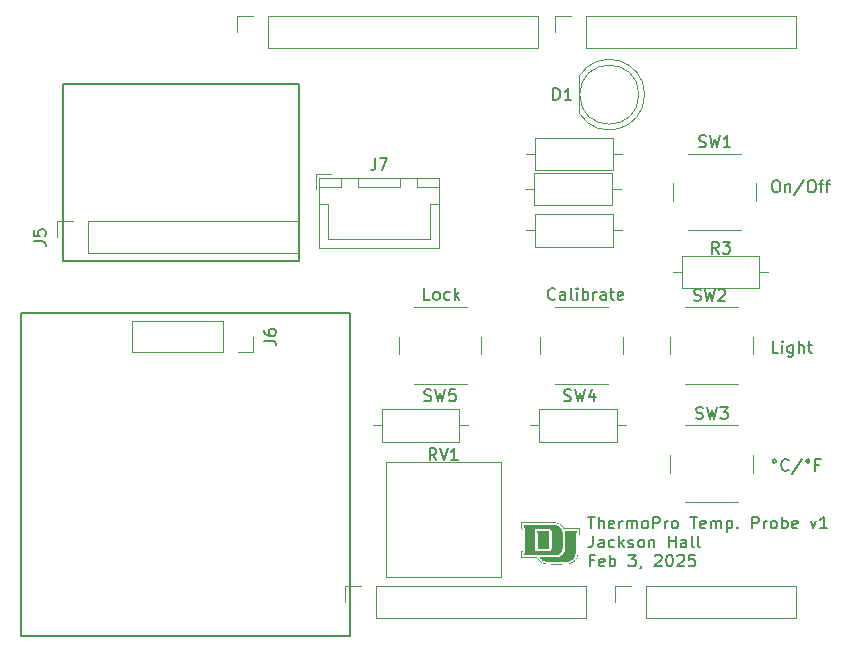
<source format=gbr>
%TF.GenerationSoftware,KiCad,Pcbnew,8.0.8*%
%TF.CreationDate,2025-02-03T19:45:29-07:00*%
%TF.ProjectId,Uno_Shield_ThermoPro,556e6f5f-5368-4696-956c-645f54686572,rev?*%
%TF.SameCoordinates,Original*%
%TF.FileFunction,Legend,Top*%
%TF.FilePolarity,Positive*%
%FSLAX46Y46*%
G04 Gerber Fmt 4.6, Leading zero omitted, Abs format (unit mm)*
G04 Created by KiCad (PCBNEW 8.0.8) date 2025-02-03 19:45:29*
%MOMM*%
%LPD*%
G01*
G04 APERTURE LIST*
%ADD10C,0.150000*%
%ADD11C,0.000000*%
%ADD12C,0.120000*%
G04 APERTURE END LIST*
D10*
X133812969Y-71869819D02*
X133336779Y-71869819D01*
X133336779Y-71869819D02*
X133336779Y-70869819D01*
X134289160Y-71869819D02*
X134193922Y-71822200D01*
X134193922Y-71822200D02*
X134146303Y-71774580D01*
X134146303Y-71774580D02*
X134098684Y-71679342D01*
X134098684Y-71679342D02*
X134098684Y-71393628D01*
X134098684Y-71393628D02*
X134146303Y-71298390D01*
X134146303Y-71298390D02*
X134193922Y-71250771D01*
X134193922Y-71250771D02*
X134289160Y-71203152D01*
X134289160Y-71203152D02*
X134432017Y-71203152D01*
X134432017Y-71203152D02*
X134527255Y-71250771D01*
X134527255Y-71250771D02*
X134574874Y-71298390D01*
X134574874Y-71298390D02*
X134622493Y-71393628D01*
X134622493Y-71393628D02*
X134622493Y-71679342D01*
X134622493Y-71679342D02*
X134574874Y-71774580D01*
X134574874Y-71774580D02*
X134527255Y-71822200D01*
X134527255Y-71822200D02*
X134432017Y-71869819D01*
X134432017Y-71869819D02*
X134289160Y-71869819D01*
X135479636Y-71822200D02*
X135384398Y-71869819D01*
X135384398Y-71869819D02*
X135193922Y-71869819D01*
X135193922Y-71869819D02*
X135098684Y-71822200D01*
X135098684Y-71822200D02*
X135051065Y-71774580D01*
X135051065Y-71774580D02*
X135003446Y-71679342D01*
X135003446Y-71679342D02*
X135003446Y-71393628D01*
X135003446Y-71393628D02*
X135051065Y-71298390D01*
X135051065Y-71298390D02*
X135098684Y-71250771D01*
X135098684Y-71250771D02*
X135193922Y-71203152D01*
X135193922Y-71203152D02*
X135384398Y-71203152D01*
X135384398Y-71203152D02*
X135479636Y-71250771D01*
X135908208Y-71869819D02*
X135908208Y-70869819D01*
X136003446Y-71488866D02*
X136289160Y-71869819D01*
X136289160Y-71203152D02*
X135908208Y-71584104D01*
X144408207Y-71774580D02*
X144360588Y-71822200D01*
X144360588Y-71822200D02*
X144217731Y-71869819D01*
X144217731Y-71869819D02*
X144122493Y-71869819D01*
X144122493Y-71869819D02*
X143979636Y-71822200D01*
X143979636Y-71822200D02*
X143884398Y-71726961D01*
X143884398Y-71726961D02*
X143836779Y-71631723D01*
X143836779Y-71631723D02*
X143789160Y-71441247D01*
X143789160Y-71441247D02*
X143789160Y-71298390D01*
X143789160Y-71298390D02*
X143836779Y-71107914D01*
X143836779Y-71107914D02*
X143884398Y-71012676D01*
X143884398Y-71012676D02*
X143979636Y-70917438D01*
X143979636Y-70917438D02*
X144122493Y-70869819D01*
X144122493Y-70869819D02*
X144217731Y-70869819D01*
X144217731Y-70869819D02*
X144360588Y-70917438D01*
X144360588Y-70917438D02*
X144408207Y-70965057D01*
X145265350Y-71869819D02*
X145265350Y-71346009D01*
X145265350Y-71346009D02*
X145217731Y-71250771D01*
X145217731Y-71250771D02*
X145122493Y-71203152D01*
X145122493Y-71203152D02*
X144932017Y-71203152D01*
X144932017Y-71203152D02*
X144836779Y-71250771D01*
X145265350Y-71822200D02*
X145170112Y-71869819D01*
X145170112Y-71869819D02*
X144932017Y-71869819D01*
X144932017Y-71869819D02*
X144836779Y-71822200D01*
X144836779Y-71822200D02*
X144789160Y-71726961D01*
X144789160Y-71726961D02*
X144789160Y-71631723D01*
X144789160Y-71631723D02*
X144836779Y-71536485D01*
X144836779Y-71536485D02*
X144932017Y-71488866D01*
X144932017Y-71488866D02*
X145170112Y-71488866D01*
X145170112Y-71488866D02*
X145265350Y-71441247D01*
X145884398Y-71869819D02*
X145789160Y-71822200D01*
X145789160Y-71822200D02*
X145741541Y-71726961D01*
X145741541Y-71726961D02*
X145741541Y-70869819D01*
X146265351Y-71869819D02*
X146265351Y-71203152D01*
X146265351Y-70869819D02*
X146217732Y-70917438D01*
X146217732Y-70917438D02*
X146265351Y-70965057D01*
X146265351Y-70965057D02*
X146312970Y-70917438D01*
X146312970Y-70917438D02*
X146265351Y-70869819D01*
X146265351Y-70869819D02*
X146265351Y-70965057D01*
X146741541Y-71869819D02*
X146741541Y-70869819D01*
X146741541Y-71250771D02*
X146836779Y-71203152D01*
X146836779Y-71203152D02*
X147027255Y-71203152D01*
X147027255Y-71203152D02*
X147122493Y-71250771D01*
X147122493Y-71250771D02*
X147170112Y-71298390D01*
X147170112Y-71298390D02*
X147217731Y-71393628D01*
X147217731Y-71393628D02*
X147217731Y-71679342D01*
X147217731Y-71679342D02*
X147170112Y-71774580D01*
X147170112Y-71774580D02*
X147122493Y-71822200D01*
X147122493Y-71822200D02*
X147027255Y-71869819D01*
X147027255Y-71869819D02*
X146836779Y-71869819D01*
X146836779Y-71869819D02*
X146741541Y-71822200D01*
X147646303Y-71869819D02*
X147646303Y-71203152D01*
X147646303Y-71393628D02*
X147693922Y-71298390D01*
X147693922Y-71298390D02*
X147741541Y-71250771D01*
X147741541Y-71250771D02*
X147836779Y-71203152D01*
X147836779Y-71203152D02*
X147932017Y-71203152D01*
X148693922Y-71869819D02*
X148693922Y-71346009D01*
X148693922Y-71346009D02*
X148646303Y-71250771D01*
X148646303Y-71250771D02*
X148551065Y-71203152D01*
X148551065Y-71203152D02*
X148360589Y-71203152D01*
X148360589Y-71203152D02*
X148265351Y-71250771D01*
X148693922Y-71822200D02*
X148598684Y-71869819D01*
X148598684Y-71869819D02*
X148360589Y-71869819D01*
X148360589Y-71869819D02*
X148265351Y-71822200D01*
X148265351Y-71822200D02*
X148217732Y-71726961D01*
X148217732Y-71726961D02*
X148217732Y-71631723D01*
X148217732Y-71631723D02*
X148265351Y-71536485D01*
X148265351Y-71536485D02*
X148360589Y-71488866D01*
X148360589Y-71488866D02*
X148598684Y-71488866D01*
X148598684Y-71488866D02*
X148693922Y-71441247D01*
X149027256Y-71203152D02*
X149408208Y-71203152D01*
X149170113Y-70869819D02*
X149170113Y-71726961D01*
X149170113Y-71726961D02*
X149217732Y-71822200D01*
X149217732Y-71822200D02*
X149312970Y-71869819D01*
X149312970Y-71869819D02*
X149408208Y-71869819D01*
X150122494Y-71822200D02*
X150027256Y-71869819D01*
X150027256Y-71869819D02*
X149836780Y-71869819D01*
X149836780Y-71869819D02*
X149741542Y-71822200D01*
X149741542Y-71822200D02*
X149693923Y-71726961D01*
X149693923Y-71726961D02*
X149693923Y-71346009D01*
X149693923Y-71346009D02*
X149741542Y-71250771D01*
X149741542Y-71250771D02*
X149836780Y-71203152D01*
X149836780Y-71203152D02*
X150027256Y-71203152D01*
X150027256Y-71203152D02*
X150122494Y-71250771D01*
X150122494Y-71250771D02*
X150170113Y-71346009D01*
X150170113Y-71346009D02*
X150170113Y-71441247D01*
X150170113Y-71441247D02*
X149693923Y-71536485D01*
X162979636Y-85369819D02*
X162884398Y-85417438D01*
X162884398Y-85417438D02*
X162836779Y-85512676D01*
X162836779Y-85512676D02*
X162884398Y-85607914D01*
X162884398Y-85607914D02*
X162979636Y-85655533D01*
X162979636Y-85655533D02*
X163074874Y-85607914D01*
X163074874Y-85607914D02*
X163122493Y-85512676D01*
X163122493Y-85512676D02*
X163074874Y-85417438D01*
X163074874Y-85417438D02*
X162979636Y-85369819D01*
X164170112Y-86274580D02*
X164122493Y-86322200D01*
X164122493Y-86322200D02*
X163979636Y-86369819D01*
X163979636Y-86369819D02*
X163884398Y-86369819D01*
X163884398Y-86369819D02*
X163741541Y-86322200D01*
X163741541Y-86322200D02*
X163646303Y-86226961D01*
X163646303Y-86226961D02*
X163598684Y-86131723D01*
X163598684Y-86131723D02*
X163551065Y-85941247D01*
X163551065Y-85941247D02*
X163551065Y-85798390D01*
X163551065Y-85798390D02*
X163598684Y-85607914D01*
X163598684Y-85607914D02*
X163646303Y-85512676D01*
X163646303Y-85512676D02*
X163741541Y-85417438D01*
X163741541Y-85417438D02*
X163884398Y-85369819D01*
X163884398Y-85369819D02*
X163979636Y-85369819D01*
X163979636Y-85369819D02*
X164122493Y-85417438D01*
X164122493Y-85417438D02*
X164170112Y-85465057D01*
X165312969Y-85322200D02*
X164455827Y-86607914D01*
X165789160Y-85369819D02*
X165693922Y-85417438D01*
X165693922Y-85417438D02*
X165646303Y-85512676D01*
X165646303Y-85512676D02*
X165693922Y-85607914D01*
X165693922Y-85607914D02*
X165789160Y-85655533D01*
X165789160Y-85655533D02*
X165884398Y-85607914D01*
X165884398Y-85607914D02*
X165932017Y-85512676D01*
X165932017Y-85512676D02*
X165884398Y-85417438D01*
X165884398Y-85417438D02*
X165789160Y-85369819D01*
X166741541Y-85846009D02*
X166408208Y-85846009D01*
X166408208Y-86369819D02*
X166408208Y-85369819D01*
X166408208Y-85369819D02*
X166884398Y-85369819D01*
X163312969Y-76369819D02*
X162836779Y-76369819D01*
X162836779Y-76369819D02*
X162836779Y-75369819D01*
X163646303Y-76369819D02*
X163646303Y-75703152D01*
X163646303Y-75369819D02*
X163598684Y-75417438D01*
X163598684Y-75417438D02*
X163646303Y-75465057D01*
X163646303Y-75465057D02*
X163693922Y-75417438D01*
X163693922Y-75417438D02*
X163646303Y-75369819D01*
X163646303Y-75369819D02*
X163646303Y-75465057D01*
X164551064Y-75703152D02*
X164551064Y-76512676D01*
X164551064Y-76512676D02*
X164503445Y-76607914D01*
X164503445Y-76607914D02*
X164455826Y-76655533D01*
X164455826Y-76655533D02*
X164360588Y-76703152D01*
X164360588Y-76703152D02*
X164217731Y-76703152D01*
X164217731Y-76703152D02*
X164122493Y-76655533D01*
X164551064Y-76322200D02*
X164455826Y-76369819D01*
X164455826Y-76369819D02*
X164265350Y-76369819D01*
X164265350Y-76369819D02*
X164170112Y-76322200D01*
X164170112Y-76322200D02*
X164122493Y-76274580D01*
X164122493Y-76274580D02*
X164074874Y-76179342D01*
X164074874Y-76179342D02*
X164074874Y-75893628D01*
X164074874Y-75893628D02*
X164122493Y-75798390D01*
X164122493Y-75798390D02*
X164170112Y-75750771D01*
X164170112Y-75750771D02*
X164265350Y-75703152D01*
X164265350Y-75703152D02*
X164455826Y-75703152D01*
X164455826Y-75703152D02*
X164551064Y-75750771D01*
X165027255Y-76369819D02*
X165027255Y-75369819D01*
X165455826Y-76369819D02*
X165455826Y-75846009D01*
X165455826Y-75846009D02*
X165408207Y-75750771D01*
X165408207Y-75750771D02*
X165312969Y-75703152D01*
X165312969Y-75703152D02*
X165170112Y-75703152D01*
X165170112Y-75703152D02*
X165074874Y-75750771D01*
X165074874Y-75750771D02*
X165027255Y-75798390D01*
X165789160Y-75703152D02*
X166170112Y-75703152D01*
X165932017Y-75369819D02*
X165932017Y-76226961D01*
X165932017Y-76226961D02*
X165979636Y-76322200D01*
X165979636Y-76322200D02*
X166074874Y-76369819D01*
X166074874Y-76369819D02*
X166170112Y-76369819D01*
X163027255Y-61759875D02*
X163217731Y-61759875D01*
X163217731Y-61759875D02*
X163312969Y-61807494D01*
X163312969Y-61807494D02*
X163408207Y-61902732D01*
X163408207Y-61902732D02*
X163455826Y-62093208D01*
X163455826Y-62093208D02*
X163455826Y-62426541D01*
X163455826Y-62426541D02*
X163408207Y-62617017D01*
X163408207Y-62617017D02*
X163312969Y-62712256D01*
X163312969Y-62712256D02*
X163217731Y-62759875D01*
X163217731Y-62759875D02*
X163027255Y-62759875D01*
X163027255Y-62759875D02*
X162932017Y-62712256D01*
X162932017Y-62712256D02*
X162836779Y-62617017D01*
X162836779Y-62617017D02*
X162789160Y-62426541D01*
X162789160Y-62426541D02*
X162789160Y-62093208D01*
X162789160Y-62093208D02*
X162836779Y-61902732D01*
X162836779Y-61902732D02*
X162932017Y-61807494D01*
X162932017Y-61807494D02*
X163027255Y-61759875D01*
X163884398Y-62093208D02*
X163884398Y-62759875D01*
X163884398Y-62188446D02*
X163932017Y-62140827D01*
X163932017Y-62140827D02*
X164027255Y-62093208D01*
X164027255Y-62093208D02*
X164170112Y-62093208D01*
X164170112Y-62093208D02*
X164265350Y-62140827D01*
X164265350Y-62140827D02*
X164312969Y-62236065D01*
X164312969Y-62236065D02*
X164312969Y-62759875D01*
X165503445Y-61712256D02*
X164646303Y-62997970D01*
X166027255Y-61759875D02*
X166217731Y-61759875D01*
X166217731Y-61759875D02*
X166312969Y-61807494D01*
X166312969Y-61807494D02*
X166408207Y-61902732D01*
X166408207Y-61902732D02*
X166455826Y-62093208D01*
X166455826Y-62093208D02*
X166455826Y-62426541D01*
X166455826Y-62426541D02*
X166408207Y-62617017D01*
X166408207Y-62617017D02*
X166312969Y-62712256D01*
X166312969Y-62712256D02*
X166217731Y-62759875D01*
X166217731Y-62759875D02*
X166027255Y-62759875D01*
X166027255Y-62759875D02*
X165932017Y-62712256D01*
X165932017Y-62712256D02*
X165836779Y-62617017D01*
X165836779Y-62617017D02*
X165789160Y-62426541D01*
X165789160Y-62426541D02*
X165789160Y-62093208D01*
X165789160Y-62093208D02*
X165836779Y-61902732D01*
X165836779Y-61902732D02*
X165932017Y-61807494D01*
X165932017Y-61807494D02*
X166027255Y-61759875D01*
X166741541Y-62093208D02*
X167122493Y-62093208D01*
X166884398Y-62759875D02*
X166884398Y-61902732D01*
X166884398Y-61902732D02*
X166932017Y-61807494D01*
X166932017Y-61807494D02*
X167027255Y-61759875D01*
X167027255Y-61759875D02*
X167122493Y-61759875D01*
X167312970Y-62093208D02*
X167693922Y-62093208D01*
X167455827Y-62759875D02*
X167455827Y-61902732D01*
X167455827Y-61902732D02*
X167503446Y-61807494D01*
X167503446Y-61807494D02*
X167598684Y-61759875D01*
X167598684Y-61759875D02*
X167693922Y-61759875D01*
X147183922Y-90229987D02*
X147755350Y-90229987D01*
X147469636Y-91229987D02*
X147469636Y-90229987D01*
X148088684Y-91229987D02*
X148088684Y-90229987D01*
X148517255Y-91229987D02*
X148517255Y-90706177D01*
X148517255Y-90706177D02*
X148469636Y-90610939D01*
X148469636Y-90610939D02*
X148374398Y-90563320D01*
X148374398Y-90563320D02*
X148231541Y-90563320D01*
X148231541Y-90563320D02*
X148136303Y-90610939D01*
X148136303Y-90610939D02*
X148088684Y-90658558D01*
X149374398Y-91182368D02*
X149279160Y-91229987D01*
X149279160Y-91229987D02*
X149088684Y-91229987D01*
X149088684Y-91229987D02*
X148993446Y-91182368D01*
X148993446Y-91182368D02*
X148945827Y-91087129D01*
X148945827Y-91087129D02*
X148945827Y-90706177D01*
X148945827Y-90706177D02*
X148993446Y-90610939D01*
X148993446Y-90610939D02*
X149088684Y-90563320D01*
X149088684Y-90563320D02*
X149279160Y-90563320D01*
X149279160Y-90563320D02*
X149374398Y-90610939D01*
X149374398Y-90610939D02*
X149422017Y-90706177D01*
X149422017Y-90706177D02*
X149422017Y-90801415D01*
X149422017Y-90801415D02*
X148945827Y-90896653D01*
X149850589Y-91229987D02*
X149850589Y-90563320D01*
X149850589Y-90753796D02*
X149898208Y-90658558D01*
X149898208Y-90658558D02*
X149945827Y-90610939D01*
X149945827Y-90610939D02*
X150041065Y-90563320D01*
X150041065Y-90563320D02*
X150136303Y-90563320D01*
X150469637Y-91229987D02*
X150469637Y-90563320D01*
X150469637Y-90658558D02*
X150517256Y-90610939D01*
X150517256Y-90610939D02*
X150612494Y-90563320D01*
X150612494Y-90563320D02*
X150755351Y-90563320D01*
X150755351Y-90563320D02*
X150850589Y-90610939D01*
X150850589Y-90610939D02*
X150898208Y-90706177D01*
X150898208Y-90706177D02*
X150898208Y-91229987D01*
X150898208Y-90706177D02*
X150945827Y-90610939D01*
X150945827Y-90610939D02*
X151041065Y-90563320D01*
X151041065Y-90563320D02*
X151183922Y-90563320D01*
X151183922Y-90563320D02*
X151279161Y-90610939D01*
X151279161Y-90610939D02*
X151326780Y-90706177D01*
X151326780Y-90706177D02*
X151326780Y-91229987D01*
X151945827Y-91229987D02*
X151850589Y-91182368D01*
X151850589Y-91182368D02*
X151802970Y-91134748D01*
X151802970Y-91134748D02*
X151755351Y-91039510D01*
X151755351Y-91039510D02*
X151755351Y-90753796D01*
X151755351Y-90753796D02*
X151802970Y-90658558D01*
X151802970Y-90658558D02*
X151850589Y-90610939D01*
X151850589Y-90610939D02*
X151945827Y-90563320D01*
X151945827Y-90563320D02*
X152088684Y-90563320D01*
X152088684Y-90563320D02*
X152183922Y-90610939D01*
X152183922Y-90610939D02*
X152231541Y-90658558D01*
X152231541Y-90658558D02*
X152279160Y-90753796D01*
X152279160Y-90753796D02*
X152279160Y-91039510D01*
X152279160Y-91039510D02*
X152231541Y-91134748D01*
X152231541Y-91134748D02*
X152183922Y-91182368D01*
X152183922Y-91182368D02*
X152088684Y-91229987D01*
X152088684Y-91229987D02*
X151945827Y-91229987D01*
X152707732Y-91229987D02*
X152707732Y-90229987D01*
X152707732Y-90229987D02*
X153088684Y-90229987D01*
X153088684Y-90229987D02*
X153183922Y-90277606D01*
X153183922Y-90277606D02*
X153231541Y-90325225D01*
X153231541Y-90325225D02*
X153279160Y-90420463D01*
X153279160Y-90420463D02*
X153279160Y-90563320D01*
X153279160Y-90563320D02*
X153231541Y-90658558D01*
X153231541Y-90658558D02*
X153183922Y-90706177D01*
X153183922Y-90706177D02*
X153088684Y-90753796D01*
X153088684Y-90753796D02*
X152707732Y-90753796D01*
X153707732Y-91229987D02*
X153707732Y-90563320D01*
X153707732Y-90753796D02*
X153755351Y-90658558D01*
X153755351Y-90658558D02*
X153802970Y-90610939D01*
X153802970Y-90610939D02*
X153898208Y-90563320D01*
X153898208Y-90563320D02*
X153993446Y-90563320D01*
X154469637Y-91229987D02*
X154374399Y-91182368D01*
X154374399Y-91182368D02*
X154326780Y-91134748D01*
X154326780Y-91134748D02*
X154279161Y-91039510D01*
X154279161Y-91039510D02*
X154279161Y-90753796D01*
X154279161Y-90753796D02*
X154326780Y-90658558D01*
X154326780Y-90658558D02*
X154374399Y-90610939D01*
X154374399Y-90610939D02*
X154469637Y-90563320D01*
X154469637Y-90563320D02*
X154612494Y-90563320D01*
X154612494Y-90563320D02*
X154707732Y-90610939D01*
X154707732Y-90610939D02*
X154755351Y-90658558D01*
X154755351Y-90658558D02*
X154802970Y-90753796D01*
X154802970Y-90753796D02*
X154802970Y-91039510D01*
X154802970Y-91039510D02*
X154755351Y-91134748D01*
X154755351Y-91134748D02*
X154707732Y-91182368D01*
X154707732Y-91182368D02*
X154612494Y-91229987D01*
X154612494Y-91229987D02*
X154469637Y-91229987D01*
X155850590Y-90229987D02*
X156422018Y-90229987D01*
X156136304Y-91229987D02*
X156136304Y-90229987D01*
X157136304Y-91182368D02*
X157041066Y-91229987D01*
X157041066Y-91229987D02*
X156850590Y-91229987D01*
X156850590Y-91229987D02*
X156755352Y-91182368D01*
X156755352Y-91182368D02*
X156707733Y-91087129D01*
X156707733Y-91087129D02*
X156707733Y-90706177D01*
X156707733Y-90706177D02*
X156755352Y-90610939D01*
X156755352Y-90610939D02*
X156850590Y-90563320D01*
X156850590Y-90563320D02*
X157041066Y-90563320D01*
X157041066Y-90563320D02*
X157136304Y-90610939D01*
X157136304Y-90610939D02*
X157183923Y-90706177D01*
X157183923Y-90706177D02*
X157183923Y-90801415D01*
X157183923Y-90801415D02*
X156707733Y-90896653D01*
X157612495Y-91229987D02*
X157612495Y-90563320D01*
X157612495Y-90658558D02*
X157660114Y-90610939D01*
X157660114Y-90610939D02*
X157755352Y-90563320D01*
X157755352Y-90563320D02*
X157898209Y-90563320D01*
X157898209Y-90563320D02*
X157993447Y-90610939D01*
X157993447Y-90610939D02*
X158041066Y-90706177D01*
X158041066Y-90706177D02*
X158041066Y-91229987D01*
X158041066Y-90706177D02*
X158088685Y-90610939D01*
X158088685Y-90610939D02*
X158183923Y-90563320D01*
X158183923Y-90563320D02*
X158326780Y-90563320D01*
X158326780Y-90563320D02*
X158422019Y-90610939D01*
X158422019Y-90610939D02*
X158469638Y-90706177D01*
X158469638Y-90706177D02*
X158469638Y-91229987D01*
X158945828Y-90563320D02*
X158945828Y-91563320D01*
X158945828Y-90610939D02*
X159041066Y-90563320D01*
X159041066Y-90563320D02*
X159231542Y-90563320D01*
X159231542Y-90563320D02*
X159326780Y-90610939D01*
X159326780Y-90610939D02*
X159374399Y-90658558D01*
X159374399Y-90658558D02*
X159422018Y-90753796D01*
X159422018Y-90753796D02*
X159422018Y-91039510D01*
X159422018Y-91039510D02*
X159374399Y-91134748D01*
X159374399Y-91134748D02*
X159326780Y-91182368D01*
X159326780Y-91182368D02*
X159231542Y-91229987D01*
X159231542Y-91229987D02*
X159041066Y-91229987D01*
X159041066Y-91229987D02*
X158945828Y-91182368D01*
X159850590Y-91134748D02*
X159898209Y-91182368D01*
X159898209Y-91182368D02*
X159850590Y-91229987D01*
X159850590Y-91229987D02*
X159802971Y-91182368D01*
X159802971Y-91182368D02*
X159850590Y-91134748D01*
X159850590Y-91134748D02*
X159850590Y-91229987D01*
X161088685Y-91229987D02*
X161088685Y-90229987D01*
X161088685Y-90229987D02*
X161469637Y-90229987D01*
X161469637Y-90229987D02*
X161564875Y-90277606D01*
X161564875Y-90277606D02*
X161612494Y-90325225D01*
X161612494Y-90325225D02*
X161660113Y-90420463D01*
X161660113Y-90420463D02*
X161660113Y-90563320D01*
X161660113Y-90563320D02*
X161612494Y-90658558D01*
X161612494Y-90658558D02*
X161564875Y-90706177D01*
X161564875Y-90706177D02*
X161469637Y-90753796D01*
X161469637Y-90753796D02*
X161088685Y-90753796D01*
X162088685Y-91229987D02*
X162088685Y-90563320D01*
X162088685Y-90753796D02*
X162136304Y-90658558D01*
X162136304Y-90658558D02*
X162183923Y-90610939D01*
X162183923Y-90610939D02*
X162279161Y-90563320D01*
X162279161Y-90563320D02*
X162374399Y-90563320D01*
X162850590Y-91229987D02*
X162755352Y-91182368D01*
X162755352Y-91182368D02*
X162707733Y-91134748D01*
X162707733Y-91134748D02*
X162660114Y-91039510D01*
X162660114Y-91039510D02*
X162660114Y-90753796D01*
X162660114Y-90753796D02*
X162707733Y-90658558D01*
X162707733Y-90658558D02*
X162755352Y-90610939D01*
X162755352Y-90610939D02*
X162850590Y-90563320D01*
X162850590Y-90563320D02*
X162993447Y-90563320D01*
X162993447Y-90563320D02*
X163088685Y-90610939D01*
X163088685Y-90610939D02*
X163136304Y-90658558D01*
X163136304Y-90658558D02*
X163183923Y-90753796D01*
X163183923Y-90753796D02*
X163183923Y-91039510D01*
X163183923Y-91039510D02*
X163136304Y-91134748D01*
X163136304Y-91134748D02*
X163088685Y-91182368D01*
X163088685Y-91182368D02*
X162993447Y-91229987D01*
X162993447Y-91229987D02*
X162850590Y-91229987D01*
X163612495Y-91229987D02*
X163612495Y-90229987D01*
X163612495Y-90610939D02*
X163707733Y-90563320D01*
X163707733Y-90563320D02*
X163898209Y-90563320D01*
X163898209Y-90563320D02*
X163993447Y-90610939D01*
X163993447Y-90610939D02*
X164041066Y-90658558D01*
X164041066Y-90658558D02*
X164088685Y-90753796D01*
X164088685Y-90753796D02*
X164088685Y-91039510D01*
X164088685Y-91039510D02*
X164041066Y-91134748D01*
X164041066Y-91134748D02*
X163993447Y-91182368D01*
X163993447Y-91182368D02*
X163898209Y-91229987D01*
X163898209Y-91229987D02*
X163707733Y-91229987D01*
X163707733Y-91229987D02*
X163612495Y-91182368D01*
X164898209Y-91182368D02*
X164802971Y-91229987D01*
X164802971Y-91229987D02*
X164612495Y-91229987D01*
X164612495Y-91229987D02*
X164517257Y-91182368D01*
X164517257Y-91182368D02*
X164469638Y-91087129D01*
X164469638Y-91087129D02*
X164469638Y-90706177D01*
X164469638Y-90706177D02*
X164517257Y-90610939D01*
X164517257Y-90610939D02*
X164612495Y-90563320D01*
X164612495Y-90563320D02*
X164802971Y-90563320D01*
X164802971Y-90563320D02*
X164898209Y-90610939D01*
X164898209Y-90610939D02*
X164945828Y-90706177D01*
X164945828Y-90706177D02*
X164945828Y-90801415D01*
X164945828Y-90801415D02*
X164469638Y-90896653D01*
X166041067Y-90563320D02*
X166279162Y-91229987D01*
X166279162Y-91229987D02*
X166517257Y-90563320D01*
X167422019Y-91229987D02*
X166850591Y-91229987D01*
X167136305Y-91229987D02*
X167136305Y-90229987D01*
X167136305Y-90229987D02*
X167041067Y-90372844D01*
X167041067Y-90372844D02*
X166945829Y-90468082D01*
X166945829Y-90468082D02*
X166850591Y-90515701D01*
X147612493Y-91839931D02*
X147612493Y-92554216D01*
X147612493Y-92554216D02*
X147564874Y-92697073D01*
X147564874Y-92697073D02*
X147469636Y-92792312D01*
X147469636Y-92792312D02*
X147326779Y-92839931D01*
X147326779Y-92839931D02*
X147231541Y-92839931D01*
X148517255Y-92839931D02*
X148517255Y-92316121D01*
X148517255Y-92316121D02*
X148469636Y-92220883D01*
X148469636Y-92220883D02*
X148374398Y-92173264D01*
X148374398Y-92173264D02*
X148183922Y-92173264D01*
X148183922Y-92173264D02*
X148088684Y-92220883D01*
X148517255Y-92792312D02*
X148422017Y-92839931D01*
X148422017Y-92839931D02*
X148183922Y-92839931D01*
X148183922Y-92839931D02*
X148088684Y-92792312D01*
X148088684Y-92792312D02*
X148041065Y-92697073D01*
X148041065Y-92697073D02*
X148041065Y-92601835D01*
X148041065Y-92601835D02*
X148088684Y-92506597D01*
X148088684Y-92506597D02*
X148183922Y-92458978D01*
X148183922Y-92458978D02*
X148422017Y-92458978D01*
X148422017Y-92458978D02*
X148517255Y-92411359D01*
X149422017Y-92792312D02*
X149326779Y-92839931D01*
X149326779Y-92839931D02*
X149136303Y-92839931D01*
X149136303Y-92839931D02*
X149041065Y-92792312D01*
X149041065Y-92792312D02*
X148993446Y-92744692D01*
X148993446Y-92744692D02*
X148945827Y-92649454D01*
X148945827Y-92649454D02*
X148945827Y-92363740D01*
X148945827Y-92363740D02*
X148993446Y-92268502D01*
X148993446Y-92268502D02*
X149041065Y-92220883D01*
X149041065Y-92220883D02*
X149136303Y-92173264D01*
X149136303Y-92173264D02*
X149326779Y-92173264D01*
X149326779Y-92173264D02*
X149422017Y-92220883D01*
X149850589Y-92839931D02*
X149850589Y-91839931D01*
X149945827Y-92458978D02*
X150231541Y-92839931D01*
X150231541Y-92173264D02*
X149850589Y-92554216D01*
X150612494Y-92792312D02*
X150707732Y-92839931D01*
X150707732Y-92839931D02*
X150898208Y-92839931D01*
X150898208Y-92839931D02*
X150993446Y-92792312D01*
X150993446Y-92792312D02*
X151041065Y-92697073D01*
X151041065Y-92697073D02*
X151041065Y-92649454D01*
X151041065Y-92649454D02*
X150993446Y-92554216D01*
X150993446Y-92554216D02*
X150898208Y-92506597D01*
X150898208Y-92506597D02*
X150755351Y-92506597D01*
X150755351Y-92506597D02*
X150660113Y-92458978D01*
X150660113Y-92458978D02*
X150612494Y-92363740D01*
X150612494Y-92363740D02*
X150612494Y-92316121D01*
X150612494Y-92316121D02*
X150660113Y-92220883D01*
X150660113Y-92220883D02*
X150755351Y-92173264D01*
X150755351Y-92173264D02*
X150898208Y-92173264D01*
X150898208Y-92173264D02*
X150993446Y-92220883D01*
X151612494Y-92839931D02*
X151517256Y-92792312D01*
X151517256Y-92792312D02*
X151469637Y-92744692D01*
X151469637Y-92744692D02*
X151422018Y-92649454D01*
X151422018Y-92649454D02*
X151422018Y-92363740D01*
X151422018Y-92363740D02*
X151469637Y-92268502D01*
X151469637Y-92268502D02*
X151517256Y-92220883D01*
X151517256Y-92220883D02*
X151612494Y-92173264D01*
X151612494Y-92173264D02*
X151755351Y-92173264D01*
X151755351Y-92173264D02*
X151850589Y-92220883D01*
X151850589Y-92220883D02*
X151898208Y-92268502D01*
X151898208Y-92268502D02*
X151945827Y-92363740D01*
X151945827Y-92363740D02*
X151945827Y-92649454D01*
X151945827Y-92649454D02*
X151898208Y-92744692D01*
X151898208Y-92744692D02*
X151850589Y-92792312D01*
X151850589Y-92792312D02*
X151755351Y-92839931D01*
X151755351Y-92839931D02*
X151612494Y-92839931D01*
X152374399Y-92173264D02*
X152374399Y-92839931D01*
X152374399Y-92268502D02*
X152422018Y-92220883D01*
X152422018Y-92220883D02*
X152517256Y-92173264D01*
X152517256Y-92173264D02*
X152660113Y-92173264D01*
X152660113Y-92173264D02*
X152755351Y-92220883D01*
X152755351Y-92220883D02*
X152802970Y-92316121D01*
X152802970Y-92316121D02*
X152802970Y-92839931D01*
X154041066Y-92839931D02*
X154041066Y-91839931D01*
X154041066Y-92316121D02*
X154612494Y-92316121D01*
X154612494Y-92839931D02*
X154612494Y-91839931D01*
X155517256Y-92839931D02*
X155517256Y-92316121D01*
X155517256Y-92316121D02*
X155469637Y-92220883D01*
X155469637Y-92220883D02*
X155374399Y-92173264D01*
X155374399Y-92173264D02*
X155183923Y-92173264D01*
X155183923Y-92173264D02*
X155088685Y-92220883D01*
X155517256Y-92792312D02*
X155422018Y-92839931D01*
X155422018Y-92839931D02*
X155183923Y-92839931D01*
X155183923Y-92839931D02*
X155088685Y-92792312D01*
X155088685Y-92792312D02*
X155041066Y-92697073D01*
X155041066Y-92697073D02*
X155041066Y-92601835D01*
X155041066Y-92601835D02*
X155088685Y-92506597D01*
X155088685Y-92506597D02*
X155183923Y-92458978D01*
X155183923Y-92458978D02*
X155422018Y-92458978D01*
X155422018Y-92458978D02*
X155517256Y-92411359D01*
X156136304Y-92839931D02*
X156041066Y-92792312D01*
X156041066Y-92792312D02*
X155993447Y-92697073D01*
X155993447Y-92697073D02*
X155993447Y-91839931D01*
X156660114Y-92839931D02*
X156564876Y-92792312D01*
X156564876Y-92792312D02*
X156517257Y-92697073D01*
X156517257Y-92697073D02*
X156517257Y-91839931D01*
X147660112Y-93926065D02*
X147326779Y-93926065D01*
X147326779Y-94449875D02*
X147326779Y-93449875D01*
X147326779Y-93449875D02*
X147802969Y-93449875D01*
X148564874Y-94402256D02*
X148469636Y-94449875D01*
X148469636Y-94449875D02*
X148279160Y-94449875D01*
X148279160Y-94449875D02*
X148183922Y-94402256D01*
X148183922Y-94402256D02*
X148136303Y-94307017D01*
X148136303Y-94307017D02*
X148136303Y-93926065D01*
X148136303Y-93926065D02*
X148183922Y-93830827D01*
X148183922Y-93830827D02*
X148279160Y-93783208D01*
X148279160Y-93783208D02*
X148469636Y-93783208D01*
X148469636Y-93783208D02*
X148564874Y-93830827D01*
X148564874Y-93830827D02*
X148612493Y-93926065D01*
X148612493Y-93926065D02*
X148612493Y-94021303D01*
X148612493Y-94021303D02*
X148136303Y-94116541D01*
X149041065Y-94449875D02*
X149041065Y-93449875D01*
X149041065Y-93830827D02*
X149136303Y-93783208D01*
X149136303Y-93783208D02*
X149326779Y-93783208D01*
X149326779Y-93783208D02*
X149422017Y-93830827D01*
X149422017Y-93830827D02*
X149469636Y-93878446D01*
X149469636Y-93878446D02*
X149517255Y-93973684D01*
X149517255Y-93973684D02*
X149517255Y-94259398D01*
X149517255Y-94259398D02*
X149469636Y-94354636D01*
X149469636Y-94354636D02*
X149422017Y-94402256D01*
X149422017Y-94402256D02*
X149326779Y-94449875D01*
X149326779Y-94449875D02*
X149136303Y-94449875D01*
X149136303Y-94449875D02*
X149041065Y-94402256D01*
X150612494Y-93449875D02*
X151231541Y-93449875D01*
X151231541Y-93449875D02*
X150898208Y-93830827D01*
X150898208Y-93830827D02*
X151041065Y-93830827D01*
X151041065Y-93830827D02*
X151136303Y-93878446D01*
X151136303Y-93878446D02*
X151183922Y-93926065D01*
X151183922Y-93926065D02*
X151231541Y-94021303D01*
X151231541Y-94021303D02*
X151231541Y-94259398D01*
X151231541Y-94259398D02*
X151183922Y-94354636D01*
X151183922Y-94354636D02*
X151136303Y-94402256D01*
X151136303Y-94402256D02*
X151041065Y-94449875D01*
X151041065Y-94449875D02*
X150755351Y-94449875D01*
X150755351Y-94449875D02*
X150660113Y-94402256D01*
X150660113Y-94402256D02*
X150612494Y-94354636D01*
X151707732Y-94402256D02*
X151707732Y-94449875D01*
X151707732Y-94449875D02*
X151660113Y-94545113D01*
X151660113Y-94545113D02*
X151612494Y-94592732D01*
X152850589Y-93545113D02*
X152898208Y-93497494D01*
X152898208Y-93497494D02*
X152993446Y-93449875D01*
X152993446Y-93449875D02*
X153231541Y-93449875D01*
X153231541Y-93449875D02*
X153326779Y-93497494D01*
X153326779Y-93497494D02*
X153374398Y-93545113D01*
X153374398Y-93545113D02*
X153422017Y-93640351D01*
X153422017Y-93640351D02*
X153422017Y-93735589D01*
X153422017Y-93735589D02*
X153374398Y-93878446D01*
X153374398Y-93878446D02*
X152802970Y-94449875D01*
X152802970Y-94449875D02*
X153422017Y-94449875D01*
X154041065Y-93449875D02*
X154136303Y-93449875D01*
X154136303Y-93449875D02*
X154231541Y-93497494D01*
X154231541Y-93497494D02*
X154279160Y-93545113D01*
X154279160Y-93545113D02*
X154326779Y-93640351D01*
X154326779Y-93640351D02*
X154374398Y-93830827D01*
X154374398Y-93830827D02*
X154374398Y-94068922D01*
X154374398Y-94068922D02*
X154326779Y-94259398D01*
X154326779Y-94259398D02*
X154279160Y-94354636D01*
X154279160Y-94354636D02*
X154231541Y-94402256D01*
X154231541Y-94402256D02*
X154136303Y-94449875D01*
X154136303Y-94449875D02*
X154041065Y-94449875D01*
X154041065Y-94449875D02*
X153945827Y-94402256D01*
X153945827Y-94402256D02*
X153898208Y-94354636D01*
X153898208Y-94354636D02*
X153850589Y-94259398D01*
X153850589Y-94259398D02*
X153802970Y-94068922D01*
X153802970Y-94068922D02*
X153802970Y-93830827D01*
X153802970Y-93830827D02*
X153850589Y-93640351D01*
X153850589Y-93640351D02*
X153898208Y-93545113D01*
X153898208Y-93545113D02*
X153945827Y-93497494D01*
X153945827Y-93497494D02*
X154041065Y-93449875D01*
X154755351Y-93545113D02*
X154802970Y-93497494D01*
X154802970Y-93497494D02*
X154898208Y-93449875D01*
X154898208Y-93449875D02*
X155136303Y-93449875D01*
X155136303Y-93449875D02*
X155231541Y-93497494D01*
X155231541Y-93497494D02*
X155279160Y-93545113D01*
X155279160Y-93545113D02*
X155326779Y-93640351D01*
X155326779Y-93640351D02*
X155326779Y-93735589D01*
X155326779Y-93735589D02*
X155279160Y-93878446D01*
X155279160Y-93878446D02*
X154707732Y-94449875D01*
X154707732Y-94449875D02*
X155326779Y-94449875D01*
X156231541Y-93449875D02*
X155755351Y-93449875D01*
X155755351Y-93449875D02*
X155707732Y-93926065D01*
X155707732Y-93926065D02*
X155755351Y-93878446D01*
X155755351Y-93878446D02*
X155850589Y-93830827D01*
X155850589Y-93830827D02*
X156088684Y-93830827D01*
X156088684Y-93830827D02*
X156183922Y-93878446D01*
X156183922Y-93878446D02*
X156231541Y-93926065D01*
X156231541Y-93926065D02*
X156279160Y-94021303D01*
X156279160Y-94021303D02*
X156279160Y-94259398D01*
X156279160Y-94259398D02*
X156231541Y-94354636D01*
X156231541Y-94354636D02*
X156183922Y-94402256D01*
X156183922Y-94402256D02*
X156088684Y-94449875D01*
X156088684Y-94449875D02*
X155850589Y-94449875D01*
X155850589Y-94449875D02*
X155755351Y-94402256D01*
X155755351Y-94402256D02*
X155707732Y-94354636D01*
X102715000Y-53570238D02*
X122715000Y-53570238D01*
X122715000Y-68570238D01*
X102715000Y-68570238D01*
X102715000Y-53570238D01*
X99200000Y-73000000D02*
X127000000Y-73000000D01*
X127000000Y-100300000D01*
X99200000Y-100300000D01*
X99200000Y-73000000D01*
X156166667Y-71907200D02*
X156309524Y-71954819D01*
X156309524Y-71954819D02*
X156547619Y-71954819D01*
X156547619Y-71954819D02*
X156642857Y-71907200D01*
X156642857Y-71907200D02*
X156690476Y-71859580D01*
X156690476Y-71859580D02*
X156738095Y-71764342D01*
X156738095Y-71764342D02*
X156738095Y-71669104D01*
X156738095Y-71669104D02*
X156690476Y-71573866D01*
X156690476Y-71573866D02*
X156642857Y-71526247D01*
X156642857Y-71526247D02*
X156547619Y-71478628D01*
X156547619Y-71478628D02*
X156357143Y-71431009D01*
X156357143Y-71431009D02*
X156261905Y-71383390D01*
X156261905Y-71383390D02*
X156214286Y-71335771D01*
X156214286Y-71335771D02*
X156166667Y-71240533D01*
X156166667Y-71240533D02*
X156166667Y-71145295D01*
X156166667Y-71145295D02*
X156214286Y-71050057D01*
X156214286Y-71050057D02*
X156261905Y-71002438D01*
X156261905Y-71002438D02*
X156357143Y-70954819D01*
X156357143Y-70954819D02*
X156595238Y-70954819D01*
X156595238Y-70954819D02*
X156738095Y-71002438D01*
X157071429Y-70954819D02*
X157309524Y-71954819D01*
X157309524Y-71954819D02*
X157500000Y-71240533D01*
X157500000Y-71240533D02*
X157690476Y-71954819D01*
X157690476Y-71954819D02*
X157928572Y-70954819D01*
X158261905Y-71050057D02*
X158309524Y-71002438D01*
X158309524Y-71002438D02*
X158404762Y-70954819D01*
X158404762Y-70954819D02*
X158642857Y-70954819D01*
X158642857Y-70954819D02*
X158738095Y-71002438D01*
X158738095Y-71002438D02*
X158785714Y-71050057D01*
X158785714Y-71050057D02*
X158833333Y-71145295D01*
X158833333Y-71145295D02*
X158833333Y-71240533D01*
X158833333Y-71240533D02*
X158785714Y-71383390D01*
X158785714Y-71383390D02*
X158214286Y-71954819D01*
X158214286Y-71954819D02*
X158833333Y-71954819D01*
X145166667Y-80407200D02*
X145309524Y-80454819D01*
X145309524Y-80454819D02*
X145547619Y-80454819D01*
X145547619Y-80454819D02*
X145642857Y-80407200D01*
X145642857Y-80407200D02*
X145690476Y-80359580D01*
X145690476Y-80359580D02*
X145738095Y-80264342D01*
X145738095Y-80264342D02*
X145738095Y-80169104D01*
X145738095Y-80169104D02*
X145690476Y-80073866D01*
X145690476Y-80073866D02*
X145642857Y-80026247D01*
X145642857Y-80026247D02*
X145547619Y-79978628D01*
X145547619Y-79978628D02*
X145357143Y-79931009D01*
X145357143Y-79931009D02*
X145261905Y-79883390D01*
X145261905Y-79883390D02*
X145214286Y-79835771D01*
X145214286Y-79835771D02*
X145166667Y-79740533D01*
X145166667Y-79740533D02*
X145166667Y-79645295D01*
X145166667Y-79645295D02*
X145214286Y-79550057D01*
X145214286Y-79550057D02*
X145261905Y-79502438D01*
X145261905Y-79502438D02*
X145357143Y-79454819D01*
X145357143Y-79454819D02*
X145595238Y-79454819D01*
X145595238Y-79454819D02*
X145738095Y-79502438D01*
X146071429Y-79454819D02*
X146309524Y-80454819D01*
X146309524Y-80454819D02*
X146500000Y-79740533D01*
X146500000Y-79740533D02*
X146690476Y-80454819D01*
X146690476Y-80454819D02*
X146928572Y-79454819D01*
X147738095Y-79788152D02*
X147738095Y-80454819D01*
X147500000Y-79407200D02*
X147261905Y-80121485D01*
X147261905Y-80121485D02*
X147880952Y-80121485D01*
X134364761Y-85454819D02*
X134031428Y-84978628D01*
X133793333Y-85454819D02*
X133793333Y-84454819D01*
X133793333Y-84454819D02*
X134174285Y-84454819D01*
X134174285Y-84454819D02*
X134269523Y-84502438D01*
X134269523Y-84502438D02*
X134317142Y-84550057D01*
X134317142Y-84550057D02*
X134364761Y-84645295D01*
X134364761Y-84645295D02*
X134364761Y-84788152D01*
X134364761Y-84788152D02*
X134317142Y-84883390D01*
X134317142Y-84883390D02*
X134269523Y-84931009D01*
X134269523Y-84931009D02*
X134174285Y-84978628D01*
X134174285Y-84978628D02*
X133793333Y-84978628D01*
X134650476Y-84454819D02*
X134983809Y-85454819D01*
X134983809Y-85454819D02*
X135317142Y-84454819D01*
X136174285Y-85454819D02*
X135602857Y-85454819D01*
X135888571Y-85454819D02*
X135888571Y-84454819D01*
X135888571Y-84454819D02*
X135793333Y-84597676D01*
X135793333Y-84597676D02*
X135698095Y-84692914D01*
X135698095Y-84692914D02*
X135602857Y-84740533D01*
X133336667Y-80407200D02*
X133479524Y-80454819D01*
X133479524Y-80454819D02*
X133717619Y-80454819D01*
X133717619Y-80454819D02*
X133812857Y-80407200D01*
X133812857Y-80407200D02*
X133860476Y-80359580D01*
X133860476Y-80359580D02*
X133908095Y-80264342D01*
X133908095Y-80264342D02*
X133908095Y-80169104D01*
X133908095Y-80169104D02*
X133860476Y-80073866D01*
X133860476Y-80073866D02*
X133812857Y-80026247D01*
X133812857Y-80026247D02*
X133717619Y-79978628D01*
X133717619Y-79978628D02*
X133527143Y-79931009D01*
X133527143Y-79931009D02*
X133431905Y-79883390D01*
X133431905Y-79883390D02*
X133384286Y-79835771D01*
X133384286Y-79835771D02*
X133336667Y-79740533D01*
X133336667Y-79740533D02*
X133336667Y-79645295D01*
X133336667Y-79645295D02*
X133384286Y-79550057D01*
X133384286Y-79550057D02*
X133431905Y-79502438D01*
X133431905Y-79502438D02*
X133527143Y-79454819D01*
X133527143Y-79454819D02*
X133765238Y-79454819D01*
X133765238Y-79454819D02*
X133908095Y-79502438D01*
X134241429Y-79454819D02*
X134479524Y-80454819D01*
X134479524Y-80454819D02*
X134670000Y-79740533D01*
X134670000Y-79740533D02*
X134860476Y-80454819D01*
X134860476Y-80454819D02*
X135098572Y-79454819D01*
X135955714Y-79454819D02*
X135479524Y-79454819D01*
X135479524Y-79454819D02*
X135431905Y-79931009D01*
X135431905Y-79931009D02*
X135479524Y-79883390D01*
X135479524Y-79883390D02*
X135574762Y-79835771D01*
X135574762Y-79835771D02*
X135812857Y-79835771D01*
X135812857Y-79835771D02*
X135908095Y-79883390D01*
X135908095Y-79883390D02*
X135955714Y-79931009D01*
X135955714Y-79931009D02*
X136003333Y-80026247D01*
X136003333Y-80026247D02*
X136003333Y-80264342D01*
X136003333Y-80264342D02*
X135955714Y-80359580D01*
X135955714Y-80359580D02*
X135908095Y-80407200D01*
X135908095Y-80407200D02*
X135812857Y-80454819D01*
X135812857Y-80454819D02*
X135574762Y-80454819D01*
X135574762Y-80454819D02*
X135479524Y-80407200D01*
X135479524Y-80407200D02*
X135431905Y-80359580D01*
X129166666Y-59904819D02*
X129166666Y-60619104D01*
X129166666Y-60619104D02*
X129119047Y-60761961D01*
X129119047Y-60761961D02*
X129023809Y-60857200D01*
X129023809Y-60857200D02*
X128880952Y-60904819D01*
X128880952Y-60904819D02*
X128785714Y-60904819D01*
X129547619Y-59904819D02*
X130214285Y-59904819D01*
X130214285Y-59904819D02*
X129785714Y-60904819D01*
X144261905Y-54954819D02*
X144261905Y-53954819D01*
X144261905Y-53954819D02*
X144500000Y-53954819D01*
X144500000Y-53954819D02*
X144642857Y-54002438D01*
X144642857Y-54002438D02*
X144738095Y-54097676D01*
X144738095Y-54097676D02*
X144785714Y-54192914D01*
X144785714Y-54192914D02*
X144833333Y-54383390D01*
X144833333Y-54383390D02*
X144833333Y-54526247D01*
X144833333Y-54526247D02*
X144785714Y-54716723D01*
X144785714Y-54716723D02*
X144738095Y-54811961D01*
X144738095Y-54811961D02*
X144642857Y-54907200D01*
X144642857Y-54907200D02*
X144500000Y-54954819D01*
X144500000Y-54954819D02*
X144261905Y-54954819D01*
X145785714Y-54954819D02*
X145214286Y-54954819D01*
X145500000Y-54954819D02*
X145500000Y-53954819D01*
X145500000Y-53954819D02*
X145404762Y-54097676D01*
X145404762Y-54097676D02*
X145309524Y-54192914D01*
X145309524Y-54192914D02*
X145214286Y-54240533D01*
X119764819Y-75333333D02*
X120479104Y-75333333D01*
X120479104Y-75333333D02*
X120621961Y-75380952D01*
X120621961Y-75380952D02*
X120717200Y-75476190D01*
X120717200Y-75476190D02*
X120764819Y-75619047D01*
X120764819Y-75619047D02*
X120764819Y-75714285D01*
X119764819Y-74428571D02*
X119764819Y-74619047D01*
X119764819Y-74619047D02*
X119812438Y-74714285D01*
X119812438Y-74714285D02*
X119860057Y-74761904D01*
X119860057Y-74761904D02*
X120002914Y-74857142D01*
X120002914Y-74857142D02*
X120193390Y-74904761D01*
X120193390Y-74904761D02*
X120574342Y-74904761D01*
X120574342Y-74904761D02*
X120669580Y-74857142D01*
X120669580Y-74857142D02*
X120717200Y-74809523D01*
X120717200Y-74809523D02*
X120764819Y-74714285D01*
X120764819Y-74714285D02*
X120764819Y-74523809D01*
X120764819Y-74523809D02*
X120717200Y-74428571D01*
X120717200Y-74428571D02*
X120669580Y-74380952D01*
X120669580Y-74380952D02*
X120574342Y-74333333D01*
X120574342Y-74333333D02*
X120336247Y-74333333D01*
X120336247Y-74333333D02*
X120241009Y-74380952D01*
X120241009Y-74380952D02*
X120193390Y-74428571D01*
X120193390Y-74428571D02*
X120145771Y-74523809D01*
X120145771Y-74523809D02*
X120145771Y-74714285D01*
X120145771Y-74714285D02*
X120193390Y-74809523D01*
X120193390Y-74809523D02*
X120241009Y-74857142D01*
X120241009Y-74857142D02*
X120336247Y-74904761D01*
X158253333Y-67954819D02*
X157920000Y-67478628D01*
X157681905Y-67954819D02*
X157681905Y-66954819D01*
X157681905Y-66954819D02*
X158062857Y-66954819D01*
X158062857Y-66954819D02*
X158158095Y-67002438D01*
X158158095Y-67002438D02*
X158205714Y-67050057D01*
X158205714Y-67050057D02*
X158253333Y-67145295D01*
X158253333Y-67145295D02*
X158253333Y-67288152D01*
X158253333Y-67288152D02*
X158205714Y-67383390D01*
X158205714Y-67383390D02*
X158158095Y-67431009D01*
X158158095Y-67431009D02*
X158062857Y-67478628D01*
X158062857Y-67478628D02*
X157681905Y-67478628D01*
X158586667Y-66954819D02*
X159205714Y-66954819D01*
X159205714Y-66954819D02*
X158872381Y-67335771D01*
X158872381Y-67335771D02*
X159015238Y-67335771D01*
X159015238Y-67335771D02*
X159110476Y-67383390D01*
X159110476Y-67383390D02*
X159158095Y-67431009D01*
X159158095Y-67431009D02*
X159205714Y-67526247D01*
X159205714Y-67526247D02*
X159205714Y-67764342D01*
X159205714Y-67764342D02*
X159158095Y-67859580D01*
X159158095Y-67859580D02*
X159110476Y-67907200D01*
X159110476Y-67907200D02*
X159015238Y-67954819D01*
X159015238Y-67954819D02*
X158729524Y-67954819D01*
X158729524Y-67954819D02*
X158634286Y-67907200D01*
X158634286Y-67907200D02*
X158586667Y-67859580D01*
X156586667Y-58907200D02*
X156729524Y-58954819D01*
X156729524Y-58954819D02*
X156967619Y-58954819D01*
X156967619Y-58954819D02*
X157062857Y-58907200D01*
X157062857Y-58907200D02*
X157110476Y-58859580D01*
X157110476Y-58859580D02*
X157158095Y-58764342D01*
X157158095Y-58764342D02*
X157158095Y-58669104D01*
X157158095Y-58669104D02*
X157110476Y-58573866D01*
X157110476Y-58573866D02*
X157062857Y-58526247D01*
X157062857Y-58526247D02*
X156967619Y-58478628D01*
X156967619Y-58478628D02*
X156777143Y-58431009D01*
X156777143Y-58431009D02*
X156681905Y-58383390D01*
X156681905Y-58383390D02*
X156634286Y-58335771D01*
X156634286Y-58335771D02*
X156586667Y-58240533D01*
X156586667Y-58240533D02*
X156586667Y-58145295D01*
X156586667Y-58145295D02*
X156634286Y-58050057D01*
X156634286Y-58050057D02*
X156681905Y-58002438D01*
X156681905Y-58002438D02*
X156777143Y-57954819D01*
X156777143Y-57954819D02*
X157015238Y-57954819D01*
X157015238Y-57954819D02*
X157158095Y-58002438D01*
X157491429Y-57954819D02*
X157729524Y-58954819D01*
X157729524Y-58954819D02*
X157920000Y-58240533D01*
X157920000Y-58240533D02*
X158110476Y-58954819D01*
X158110476Y-58954819D02*
X158348572Y-57954819D01*
X159253333Y-58954819D02*
X158681905Y-58954819D01*
X158967619Y-58954819D02*
X158967619Y-57954819D01*
X158967619Y-57954819D02*
X158872381Y-58097676D01*
X158872381Y-58097676D02*
X158777143Y-58192914D01*
X158777143Y-58192914D02*
X158681905Y-58240533D01*
X156336667Y-81907200D02*
X156479524Y-81954819D01*
X156479524Y-81954819D02*
X156717619Y-81954819D01*
X156717619Y-81954819D02*
X156812857Y-81907200D01*
X156812857Y-81907200D02*
X156860476Y-81859580D01*
X156860476Y-81859580D02*
X156908095Y-81764342D01*
X156908095Y-81764342D02*
X156908095Y-81669104D01*
X156908095Y-81669104D02*
X156860476Y-81573866D01*
X156860476Y-81573866D02*
X156812857Y-81526247D01*
X156812857Y-81526247D02*
X156717619Y-81478628D01*
X156717619Y-81478628D02*
X156527143Y-81431009D01*
X156527143Y-81431009D02*
X156431905Y-81383390D01*
X156431905Y-81383390D02*
X156384286Y-81335771D01*
X156384286Y-81335771D02*
X156336667Y-81240533D01*
X156336667Y-81240533D02*
X156336667Y-81145295D01*
X156336667Y-81145295D02*
X156384286Y-81050057D01*
X156384286Y-81050057D02*
X156431905Y-81002438D01*
X156431905Y-81002438D02*
X156527143Y-80954819D01*
X156527143Y-80954819D02*
X156765238Y-80954819D01*
X156765238Y-80954819D02*
X156908095Y-81002438D01*
X157241429Y-80954819D02*
X157479524Y-81954819D01*
X157479524Y-81954819D02*
X157670000Y-81240533D01*
X157670000Y-81240533D02*
X157860476Y-81954819D01*
X157860476Y-81954819D02*
X158098572Y-80954819D01*
X158384286Y-80954819D02*
X159003333Y-80954819D01*
X159003333Y-80954819D02*
X158670000Y-81335771D01*
X158670000Y-81335771D02*
X158812857Y-81335771D01*
X158812857Y-81335771D02*
X158908095Y-81383390D01*
X158908095Y-81383390D02*
X158955714Y-81431009D01*
X158955714Y-81431009D02*
X159003333Y-81526247D01*
X159003333Y-81526247D02*
X159003333Y-81764342D01*
X159003333Y-81764342D02*
X158955714Y-81859580D01*
X158955714Y-81859580D02*
X158908095Y-81907200D01*
X158908095Y-81907200D02*
X158812857Y-81954819D01*
X158812857Y-81954819D02*
X158527143Y-81954819D01*
X158527143Y-81954819D02*
X158431905Y-81907200D01*
X158431905Y-81907200D02*
X158384286Y-81859580D01*
X100279819Y-66903571D02*
X100994104Y-66903571D01*
X100994104Y-66903571D02*
X101136961Y-66951190D01*
X101136961Y-66951190D02*
X101232200Y-67046428D01*
X101232200Y-67046428D02*
X101279819Y-67189285D01*
X101279819Y-67189285D02*
X101279819Y-67284523D01*
X100279819Y-65951190D02*
X100279819Y-66427380D01*
X100279819Y-66427380D02*
X100756009Y-66474999D01*
X100756009Y-66474999D02*
X100708390Y-66427380D01*
X100708390Y-66427380D02*
X100660771Y-66332142D01*
X100660771Y-66332142D02*
X100660771Y-66094047D01*
X100660771Y-66094047D02*
X100708390Y-65998809D01*
X100708390Y-65998809D02*
X100756009Y-65951190D01*
X100756009Y-65951190D02*
X100851247Y-65903571D01*
X100851247Y-65903571D02*
X101089342Y-65903571D01*
X101089342Y-65903571D02*
X101184580Y-65951190D01*
X101184580Y-65951190D02*
X101232200Y-65998809D01*
X101232200Y-65998809D02*
X101279819Y-66094047D01*
X101279819Y-66094047D02*
X101279819Y-66332142D01*
X101279819Y-66332142D02*
X101232200Y-66427380D01*
X101232200Y-66427380D02*
X101184580Y-66474999D01*
D11*
%TO.C,G\u002A\u002A\u002A*%
G36*
X143133355Y-90720837D02*
G01*
X143258846Y-90720847D01*
X143376514Y-90720866D01*
X143486614Y-90720894D01*
X143589401Y-90720933D01*
X143685130Y-90720982D01*
X143774056Y-90721045D01*
X143856435Y-90721120D01*
X143932520Y-90721211D01*
X144002569Y-90721316D01*
X144066834Y-90721439D01*
X144125573Y-90721579D01*
X144179039Y-90721738D01*
X144227488Y-90721916D01*
X144271175Y-90722115D01*
X144310355Y-90722336D01*
X144345282Y-90722580D01*
X144376213Y-90722848D01*
X144403403Y-90723141D01*
X144427105Y-90723460D01*
X144447576Y-90723805D01*
X144465070Y-90724179D01*
X144479843Y-90724582D01*
X144492150Y-90725015D01*
X144502246Y-90725480D01*
X144510385Y-90725976D01*
X144516823Y-90726506D01*
X144521661Y-90727050D01*
X144604081Y-90742047D01*
X144683805Y-90764757D01*
X144760396Y-90794868D01*
X144833419Y-90832072D01*
X144902436Y-90876060D01*
X144967012Y-90926521D01*
X145026711Y-90983146D01*
X145081097Y-91045627D01*
X145129733Y-91113653D01*
X145172183Y-91186916D01*
X145173506Y-91189481D01*
X145189583Y-91220798D01*
X145834405Y-91220816D01*
X146479227Y-91220834D01*
X146478155Y-91492180D01*
X146477083Y-91763526D01*
X146431250Y-91787875D01*
X146385416Y-91812225D01*
X146383110Y-92563404D01*
X146382826Y-92657424D01*
X146382566Y-92743509D01*
X146382321Y-92822056D01*
X146382079Y-92893462D01*
X146381829Y-92958125D01*
X146381559Y-93016444D01*
X146381259Y-93068815D01*
X146380917Y-93115636D01*
X146380521Y-93157305D01*
X146380062Y-93194220D01*
X146379527Y-93226777D01*
X146378906Y-93255375D01*
X146378187Y-93280412D01*
X146377359Y-93302284D01*
X146376410Y-93321391D01*
X146375331Y-93338128D01*
X146374108Y-93352894D01*
X146372732Y-93366087D01*
X146371191Y-93378104D01*
X146369473Y-93389343D01*
X146367569Y-93400201D01*
X146365465Y-93411076D01*
X146363152Y-93422366D01*
X146360618Y-93434468D01*
X146358252Y-93445834D01*
X146349816Y-93481121D01*
X146338300Y-93521225D01*
X146324561Y-93563616D01*
X146309461Y-93605769D01*
X146293858Y-93645155D01*
X146279442Y-93677524D01*
X146241904Y-93749507D01*
X146200476Y-93816076D01*
X146153915Y-93878976D01*
X146100978Y-93939951D01*
X146068977Y-93973017D01*
X146001408Y-94035500D01*
X145931132Y-94090606D01*
X145857604Y-94138616D01*
X145780275Y-94179812D01*
X145698599Y-94214473D01*
X145612029Y-94242882D01*
X145520018Y-94265318D01*
X145487212Y-94271669D01*
X145435416Y-94281075D01*
X144589583Y-94281699D01*
X144505755Y-94281743D01*
X144423884Y-94281753D01*
X144344380Y-94281730D01*
X144267656Y-94281674D01*
X144194123Y-94281588D01*
X144124194Y-94281473D01*
X144058280Y-94281329D01*
X143996794Y-94281159D01*
X143940146Y-94280963D01*
X143888750Y-94280744D01*
X143843016Y-94280502D01*
X143803358Y-94280239D01*
X143770185Y-94279955D01*
X143743912Y-94279654D01*
X143724949Y-94279335D01*
X143713708Y-94279000D01*
X143711165Y-94278832D01*
X143617403Y-94264688D01*
X143526203Y-94242703D01*
X143437919Y-94213045D01*
X143352907Y-94175885D01*
X143271522Y-94131392D01*
X143194119Y-94079737D01*
X143121053Y-94021089D01*
X143067975Y-93971275D01*
X143025308Y-93925893D01*
X142985028Y-93877530D01*
X142945947Y-93824640D01*
X142906878Y-93765674D01*
X142892617Y-93742709D01*
X142879243Y-93720834D01*
X142202091Y-93720834D01*
X141524939Y-93720834D01*
X141526011Y-93449668D01*
X141527083Y-93178502D01*
X141591666Y-93144016D01*
X141656250Y-93109530D01*
X141657301Y-92219901D01*
X141658352Y-91330273D01*
X141591728Y-91295345D01*
X141525105Y-91260417D01*
X141525054Y-91002084D01*
X141589583Y-91002084D01*
X141589583Y-91218750D01*
X141656250Y-91254205D01*
X141722916Y-91289659D01*
X141723967Y-92219017D01*
X141725018Y-93148375D01*
X141657300Y-93184307D01*
X141589583Y-93220238D01*
X141589583Y-93436161D01*
X141589583Y-93652084D01*
X142252671Y-93653138D01*
X142915759Y-93654192D01*
X142946047Y-93703138D01*
X142974875Y-93748660D01*
X143001213Y-93787929D01*
X143025994Y-93822290D01*
X143047585Y-93849948D01*
X143107334Y-93916999D01*
X143172785Y-93978230D01*
X143243371Y-94033289D01*
X143318527Y-94081825D01*
X143397686Y-94123487D01*
X143480281Y-94157924D01*
X143565748Y-94184786D01*
X143601781Y-94193594D01*
X143613136Y-94196160D01*
X143623626Y-94198520D01*
X143633621Y-94200683D01*
X143643492Y-94202659D01*
X143653610Y-94204455D01*
X143664344Y-94206081D01*
X143676066Y-94207545D01*
X143689144Y-94208856D01*
X143703951Y-94210022D01*
X143720856Y-94211054D01*
X143740229Y-94211958D01*
X143762441Y-94212744D01*
X143787863Y-94213421D01*
X143816864Y-94213997D01*
X143849816Y-94214482D01*
X143887088Y-94214883D01*
X143929051Y-94215210D01*
X143976075Y-94215471D01*
X144028531Y-94215676D01*
X144086789Y-94215832D01*
X144151220Y-94215949D01*
X144222193Y-94216035D01*
X144300079Y-94216099D01*
X144385250Y-94216150D01*
X144478074Y-94216197D01*
X144561622Y-94216238D01*
X144677154Y-94216275D01*
X144784371Y-94216263D01*
X144883290Y-94216200D01*
X144973931Y-94216088D01*
X145056311Y-94215925D01*
X145130449Y-94215712D01*
X145196362Y-94215449D01*
X145254068Y-94215136D01*
X145303586Y-94214772D01*
X145344934Y-94214357D01*
X145378130Y-94213892D01*
X145403192Y-94213377D01*
X145420138Y-94212810D01*
X145428289Y-94212277D01*
X145515637Y-94198654D01*
X145601635Y-94177061D01*
X145685577Y-94147838D01*
X145766754Y-94111325D01*
X145844460Y-94067859D01*
X145917989Y-94017781D01*
X145986632Y-93961429D01*
X146022870Y-93927064D01*
X146084284Y-93860162D01*
X146138544Y-93789295D01*
X146185743Y-93714271D01*
X146225979Y-93634900D01*
X146259347Y-93550992D01*
X146285943Y-93462356D01*
X146305862Y-93368803D01*
X146306936Y-93362500D01*
X146307837Y-93356710D01*
X146308663Y-93350283D01*
X146309419Y-93342847D01*
X146310109Y-93334031D01*
X146310737Y-93323462D01*
X146311306Y-93310769D01*
X146311821Y-93295580D01*
X146312285Y-93277523D01*
X146312703Y-93256226D01*
X146313079Y-93231317D01*
X146313416Y-93202424D01*
X146313718Y-93169175D01*
X146313990Y-93131199D01*
X146314236Y-93088123D01*
X146314458Y-93039576D01*
X146314663Y-92985185D01*
X146314852Y-92924579D01*
X146315031Y-92857386D01*
X146315203Y-92783234D01*
X146315373Y-92701751D01*
X146315543Y-92612565D01*
X146315665Y-92545834D01*
X146317050Y-91772917D01*
X146365817Y-91747320D01*
X146414583Y-91721723D01*
X146414583Y-91505653D01*
X146414583Y-91289584D01*
X145780122Y-91287500D01*
X145145662Y-91285417D01*
X145123541Y-91239584D01*
X145083878Y-91166544D01*
X145038177Y-91099058D01*
X144986710Y-91037368D01*
X144929751Y-90981713D01*
X144867571Y-90932334D01*
X144800442Y-90889473D01*
X144728638Y-90853370D01*
X144654180Y-90824837D01*
X144602062Y-90809701D01*
X144549220Y-90798537D01*
X144493034Y-90790868D01*
X144447916Y-90787171D01*
X144436856Y-90786753D01*
X144417562Y-90786364D01*
X144390133Y-90786003D01*
X144354669Y-90785671D01*
X144311269Y-90785368D01*
X144260033Y-90785094D01*
X144201059Y-90784849D01*
X144134448Y-90784633D01*
X144060298Y-90784448D01*
X143978709Y-90784292D01*
X143889780Y-90784166D01*
X143793610Y-90784070D01*
X143690300Y-90784005D01*
X143579947Y-90783971D01*
X143462653Y-90783967D01*
X143338515Y-90783995D01*
X143207634Y-90784053D01*
X143070108Y-90784144D01*
X142985416Y-90784212D01*
X141589583Y-90785417D01*
X141589583Y-91002084D01*
X141525054Y-91002084D01*
X141525052Y-90990625D01*
X141525012Y-90785417D01*
X141525000Y-90720834D01*
X142999786Y-90720834D01*
X143133355Y-90720837D01*
G37*
G36*
X146257370Y-91536079D02*
G01*
X146256250Y-91630630D01*
X146210416Y-91654730D01*
X146164583Y-91678830D01*
X146162349Y-92490457D01*
X146162083Y-92588889D01*
X146161845Y-92679361D01*
X146161621Y-92762248D01*
X146161400Y-92837921D01*
X146161170Y-92906755D01*
X146160921Y-92969124D01*
X146160639Y-93025400D01*
X146160315Y-93075958D01*
X146159935Y-93121170D01*
X146159488Y-93161411D01*
X146158963Y-93197054D01*
X146158348Y-93228472D01*
X146157631Y-93256039D01*
X146156801Y-93280128D01*
X146155846Y-93301113D01*
X146154754Y-93319367D01*
X146153514Y-93335265D01*
X146152114Y-93349179D01*
X146150543Y-93361482D01*
X146148788Y-93372550D01*
X146146838Y-93382754D01*
X146144682Y-93392468D01*
X146142308Y-93402067D01*
X146139704Y-93411923D01*
X146136859Y-93422410D01*
X146133761Y-93433901D01*
X146132824Y-93437435D01*
X146107820Y-93516325D01*
X146075657Y-93591384D01*
X146036751Y-93662254D01*
X145991519Y-93728579D01*
X145940377Y-93789999D01*
X145883741Y-93846158D01*
X145822028Y-93896698D01*
X145755652Y-93941261D01*
X145685032Y-93979489D01*
X145610583Y-94011025D01*
X145532720Y-94035511D01*
X145451862Y-94052589D01*
X145410416Y-94058241D01*
X145401218Y-94058787D01*
X145383828Y-94059293D01*
X145358391Y-94059758D01*
X145325047Y-94060183D01*
X145283940Y-94060566D01*
X145235212Y-94060907D01*
X145179005Y-94061205D01*
X145115461Y-94061459D01*
X145044724Y-94061670D01*
X144966936Y-94061836D01*
X144882238Y-94061957D01*
X144790774Y-94062031D01*
X144692686Y-94062059D01*
X144588115Y-94062040D01*
X144562500Y-94062029D01*
X144463663Y-94061972D01*
X144372812Y-94061903D01*
X144289599Y-94061819D01*
X144213677Y-94061718D01*
X144144697Y-94061596D01*
X144082312Y-94061451D01*
X144026174Y-94061281D01*
X143975935Y-94061082D01*
X143931249Y-94060852D01*
X143891767Y-94060589D01*
X143857141Y-94060290D01*
X143827024Y-94059952D01*
X143801068Y-94059572D01*
X143778926Y-94059149D01*
X143760250Y-94058678D01*
X143744691Y-94058158D01*
X143731903Y-94057586D01*
X143721538Y-94056960D01*
X143713248Y-94056276D01*
X143706685Y-94055532D01*
X143706553Y-94055514D01*
X143625770Y-94040524D01*
X143547310Y-94017714D01*
X143471672Y-93987397D01*
X143399354Y-93949884D01*
X143330854Y-93905488D01*
X143266671Y-93854520D01*
X143207303Y-93797292D01*
X143153249Y-93734115D01*
X143120331Y-93688730D01*
X143111192Y-93674991D01*
X143104182Y-93663989D01*
X143100380Y-93657438D01*
X143100000Y-93656438D01*
X143104095Y-93656196D01*
X143116101Y-93655961D01*
X143135590Y-93655735D01*
X143162141Y-93655518D01*
X143195328Y-93655313D01*
X143234727Y-93655120D01*
X143279913Y-93654941D01*
X143330464Y-93654777D01*
X143385954Y-93654629D01*
X143445958Y-93654500D01*
X143510054Y-93654390D01*
X143577817Y-93654300D01*
X143648821Y-93654232D01*
X143722644Y-93654188D01*
X143798861Y-93654168D01*
X143820391Y-93654167D01*
X143927311Y-93654140D01*
X144026348Y-93654059D01*
X144117465Y-93653925D01*
X144200623Y-93653737D01*
X144275784Y-93653496D01*
X144342911Y-93653203D01*
X144401966Y-93652856D01*
X144452910Y-93652458D01*
X144495707Y-93652007D01*
X144530317Y-93651504D01*
X144556704Y-93650949D01*
X144574829Y-93650342D01*
X144583933Y-93649764D01*
X144660929Y-93637790D01*
X144735588Y-93617990D01*
X144807376Y-93590674D01*
X144875757Y-93556151D01*
X144940196Y-93514732D01*
X145000158Y-93466726D01*
X145055108Y-93412443D01*
X145104511Y-93352194D01*
X145109511Y-93345317D01*
X145129224Y-93315388D01*
X145149615Y-93280044D01*
X145169502Y-93241681D01*
X145187701Y-93202700D01*
X145203029Y-93165499D01*
X145214051Y-93133334D01*
X145217630Y-93121488D01*
X145220909Y-93110854D01*
X145223900Y-93101041D01*
X145226618Y-93091659D01*
X145229077Y-93082317D01*
X145231291Y-93072626D01*
X145233274Y-93062196D01*
X145235041Y-93050636D01*
X145236605Y-93037556D01*
X145237981Y-93022567D01*
X145239183Y-93005277D01*
X145240224Y-92985298D01*
X145241120Y-92962239D01*
X145241884Y-92935710D01*
X145242530Y-92905320D01*
X145243073Y-92870680D01*
X145243527Y-92831400D01*
X145243905Y-92787089D01*
X145244222Y-92737358D01*
X145244492Y-92681816D01*
X145244729Y-92620073D01*
X145244948Y-92551739D01*
X145245162Y-92476425D01*
X145245386Y-92393739D01*
X145245634Y-92303292D01*
X145245761Y-92258334D01*
X145246031Y-92165638D01*
X145246284Y-92080910D01*
X145246527Y-92003784D01*
X145246763Y-91933894D01*
X145246998Y-91870875D01*
X145247237Y-91814361D01*
X145247483Y-91763986D01*
X145247742Y-91719385D01*
X145248019Y-91680192D01*
X145248318Y-91646041D01*
X145248645Y-91616567D01*
X145249003Y-91591403D01*
X145249398Y-91570186D01*
X145249834Y-91552547D01*
X145250316Y-91538123D01*
X145250850Y-91526547D01*
X145251439Y-91517454D01*
X145252088Y-91510478D01*
X145252803Y-91505253D01*
X145253588Y-91501414D01*
X145254448Y-91498595D01*
X145255387Y-91496430D01*
X145255695Y-91495834D01*
X145270042Y-91474421D01*
X145288010Y-91458651D01*
X145297916Y-91452720D01*
X145314583Y-91443750D01*
X145786536Y-91442639D01*
X146258490Y-91441528D01*
X146257370Y-91536079D01*
G37*
G36*
X143234376Y-90941668D02*
G01*
X143352776Y-90941671D01*
X143463393Y-90941679D01*
X143566503Y-90941694D01*
X143662381Y-90941715D01*
X143751304Y-90941746D01*
X143833545Y-90941787D01*
X143909382Y-90941841D01*
X143979089Y-90941909D01*
X144042941Y-90941992D01*
X144101215Y-90942092D01*
X144154185Y-90942211D01*
X144202127Y-90942350D01*
X144245317Y-90942511D01*
X144284030Y-90942695D01*
X144318541Y-90942904D01*
X144349126Y-90943140D01*
X144376060Y-90943404D01*
X144399619Y-90943698D01*
X144420078Y-90944023D01*
X144437713Y-90944381D01*
X144452799Y-90944773D01*
X144465611Y-90945201D01*
X144476426Y-90945667D01*
X144485517Y-90946173D01*
X144493162Y-90946719D01*
X144499635Y-90947307D01*
X144505211Y-90947939D01*
X144510167Y-90948617D01*
X144514778Y-90949342D01*
X144517294Y-90949766D01*
X144587904Y-90965864D01*
X144654697Y-90989344D01*
X144717791Y-91020267D01*
X144777305Y-91058695D01*
X144833354Y-91104690D01*
X144856401Y-91126790D01*
X144906070Y-91181997D01*
X144948025Y-91240326D01*
X144982347Y-91301948D01*
X145009116Y-91367034D01*
X145028412Y-91435755D01*
X145040315Y-91508283D01*
X145041785Y-91522917D01*
X145042284Y-91532703D01*
X145042748Y-91550241D01*
X145043176Y-91574971D01*
X145043568Y-91606334D01*
X145043925Y-91643773D01*
X145044246Y-91686727D01*
X145044532Y-91734639D01*
X145044782Y-91786949D01*
X145044997Y-91843099D01*
X145045176Y-91902530D01*
X145045321Y-91964684D01*
X145045430Y-92029001D01*
X145045504Y-92094923D01*
X145045544Y-92161891D01*
X145045548Y-92229346D01*
X145045518Y-92296730D01*
X145045453Y-92363484D01*
X145045353Y-92429049D01*
X145045219Y-92492866D01*
X145045050Y-92554376D01*
X145044847Y-92613022D01*
X145044609Y-92668244D01*
X145044338Y-92719483D01*
X145044032Y-92766181D01*
X145043691Y-92807778D01*
X145043317Y-92843717D01*
X145042909Y-92873438D01*
X145042467Y-92896382D01*
X145041991Y-92911992D01*
X145041594Y-92918750D01*
X145032638Y-92983263D01*
X145018386Y-93043194D01*
X144998176Y-93100884D01*
X144976814Y-93147917D01*
X144941206Y-93210177D01*
X144899231Y-93267412D01*
X144851441Y-93319243D01*
X144798388Y-93365290D01*
X144740624Y-93405172D01*
X144678699Y-93438511D01*
X144613166Y-93464927D01*
X144544577Y-93484039D01*
X144473483Y-93495470D01*
X144471433Y-93495678D01*
X144462433Y-93496153D01*
X144445190Y-93496600D01*
X144419698Y-93497020D01*
X144385952Y-93497412D01*
X144343946Y-93497776D01*
X144293675Y-93498112D01*
X144235134Y-93498421D01*
X144168317Y-93498702D01*
X144093219Y-93498956D01*
X144009834Y-93499182D01*
X143918158Y-93499380D01*
X143818184Y-93499551D01*
X143709908Y-93499695D01*
X143593324Y-93499810D01*
X143468426Y-93499899D01*
X143335210Y-93499960D01*
X143193670Y-93499993D01*
X143086980Y-93500000D01*
X141745676Y-93500000D01*
X141746796Y-93405649D01*
X141747916Y-93311298D01*
X141812500Y-93276814D01*
X141877083Y-93242330D01*
X141877191Y-93137500D01*
X142745833Y-93137500D01*
X143332291Y-93137439D01*
X143415216Y-93137421D01*
X143490218Y-93137383D01*
X143557706Y-93137322D01*
X143618091Y-93137232D01*
X143671783Y-93137110D01*
X143719191Y-93136951D01*
X143760725Y-93136750D01*
X143796796Y-93136505D01*
X143827814Y-93136210D01*
X143854188Y-93135861D01*
X143876328Y-93135455D01*
X143894645Y-93134986D01*
X143909548Y-93134450D01*
X143921448Y-93133844D01*
X143930753Y-93133163D01*
X143937875Y-93132402D01*
X143943224Y-93131559D01*
X143945403Y-93131094D01*
X143984792Y-93117638D01*
X144021150Y-93096989D01*
X144053317Y-93070077D01*
X144080132Y-93037831D01*
X144096114Y-93010537D01*
X144104333Y-92992152D01*
X144111409Y-92973356D01*
X144116071Y-92957599D01*
X144116692Y-92954640D01*
X144117257Y-92947334D01*
X144117783Y-92931848D01*
X144118269Y-92908334D01*
X144118715Y-92876944D01*
X144119119Y-92837831D01*
X144119481Y-92791147D01*
X144119801Y-92737044D01*
X144120076Y-92675677D01*
X144120307Y-92607196D01*
X144120493Y-92531754D01*
X144120632Y-92449504D01*
X144120724Y-92360599D01*
X144120768Y-92265191D01*
X144120771Y-92206723D01*
X144120769Y-92113813D01*
X144120770Y-92028858D01*
X144120762Y-91951480D01*
X144120733Y-91881300D01*
X144120672Y-91817942D01*
X144120567Y-91761026D01*
X144120404Y-91710174D01*
X144120174Y-91665009D01*
X144119862Y-91625152D01*
X144119459Y-91590225D01*
X144118950Y-91559850D01*
X144118325Y-91533648D01*
X144117572Y-91511242D01*
X144116678Y-91492254D01*
X144115632Y-91476304D01*
X144114421Y-91463016D01*
X144113033Y-91452011D01*
X144111457Y-91442910D01*
X144109681Y-91435337D01*
X144107692Y-91428911D01*
X144105479Y-91423256D01*
X144103030Y-91417994D01*
X144100332Y-91412745D01*
X144097373Y-91407132D01*
X144095291Y-91403082D01*
X144082593Y-91382877D01*
X144064747Y-91360985D01*
X144043953Y-91339653D01*
X144022411Y-91321126D01*
X144002319Y-91307652D01*
X144001352Y-91307130D01*
X143986151Y-91300250D01*
X143966920Y-91293191D01*
X143947790Y-91287468D01*
X143947560Y-91287409D01*
X143942882Y-91286260D01*
X143937997Y-91285224D01*
X143932475Y-91284293D01*
X143925888Y-91283463D01*
X143917807Y-91282728D01*
X143907802Y-91282081D01*
X143895445Y-91281518D01*
X143880307Y-91281033D01*
X143861958Y-91280619D01*
X143839970Y-91280271D01*
X143813914Y-91279984D01*
X143783360Y-91279751D01*
X143747879Y-91279567D01*
X143707043Y-91279426D01*
X143660423Y-91279323D01*
X143607589Y-91279251D01*
X143548113Y-91279206D01*
X143481565Y-91279180D01*
X143407517Y-91279169D01*
X143330583Y-91279167D01*
X142745833Y-91279167D01*
X142745833Y-92208334D01*
X142745833Y-93137500D01*
X141877191Y-93137500D01*
X141878133Y-92219859D01*
X141878145Y-92208334D01*
X141879183Y-91197388D01*
X141812549Y-91162236D01*
X141745915Y-91127084D01*
X141745874Y-91034375D01*
X141745833Y-90941667D01*
X143107919Y-90941667D01*
X143234376Y-90941668D01*
G37*
G36*
X143353125Y-91442639D02*
G01*
X143827083Y-91443750D01*
X143846125Y-91454945D01*
X143867839Y-91472341D01*
X143883275Y-91495012D01*
X143891601Y-91520491D01*
X143892154Y-91527579D01*
X143892669Y-91542452D01*
X143893147Y-91564562D01*
X143893588Y-91593361D01*
X143893991Y-91628302D01*
X143894356Y-91668834D01*
X143894684Y-91714412D01*
X143894975Y-91764486D01*
X143895228Y-91818509D01*
X143895444Y-91875932D01*
X143895622Y-91936207D01*
X143895763Y-91998786D01*
X143895866Y-92063122D01*
X143895932Y-92128666D01*
X143895960Y-92194869D01*
X143895950Y-92261184D01*
X143895903Y-92327063D01*
X143895819Y-92391958D01*
X143895696Y-92455320D01*
X143895536Y-92516602D01*
X143895339Y-92575255D01*
X143895103Y-92630731D01*
X143894831Y-92682482D01*
X143894520Y-92729961D01*
X143894172Y-92772618D01*
X143893785Y-92809906D01*
X143893362Y-92841277D01*
X143892900Y-92866183D01*
X143892401Y-92884075D01*
X143891864Y-92894405D01*
X143891637Y-92896306D01*
X143882812Y-92923109D01*
X143867304Y-92944936D01*
X143845140Y-92961748D01*
X143842161Y-92963361D01*
X143819881Y-92975000D01*
X143399524Y-92975000D01*
X142979166Y-92975000D01*
X142979166Y-92327810D01*
X142979166Y-91680621D01*
X142929166Y-91654339D01*
X142879166Y-91628057D01*
X142879166Y-91534792D01*
X142879166Y-91441528D01*
X143353125Y-91442639D01*
G37*
D12*
%TO.C,J1*%
X126610000Y-96130000D02*
X127940000Y-96130000D01*
X126610000Y-97460000D02*
X126610000Y-96130000D01*
X129210000Y-96130000D02*
X147050000Y-96130000D01*
X129210000Y-98790000D02*
X129210000Y-96130000D01*
X129210000Y-98790000D02*
X147050000Y-98790000D01*
X147050000Y-98790000D02*
X147050000Y-96130000D01*
%TO.C,J3*%
X149470000Y-96130000D02*
X150800000Y-96130000D01*
X149470000Y-97460000D02*
X149470000Y-96130000D01*
X152070000Y-96130000D02*
X164830000Y-96130000D01*
X152070000Y-98790000D02*
X152070000Y-96130000D01*
X152070000Y-98790000D02*
X164830000Y-98790000D01*
X164830000Y-98790000D02*
X164830000Y-96130000D01*
%TO.C,J2*%
X117466000Y-47870000D02*
X118796000Y-47870000D01*
X117466000Y-49200000D02*
X117466000Y-47870000D01*
X120066000Y-47870000D02*
X142986000Y-47870000D01*
X120066000Y-50530000D02*
X120066000Y-47870000D01*
X120066000Y-50530000D02*
X142986000Y-50530000D01*
X142986000Y-50530000D02*
X142986000Y-47870000D01*
%TO.C,J4*%
X144390000Y-47870000D02*
X145720000Y-47870000D01*
X144390000Y-49200000D02*
X144390000Y-47870000D01*
X146990000Y-47870000D02*
X164830000Y-47870000D01*
X146990000Y-50530000D02*
X146990000Y-47870000D01*
X146990000Y-50530000D02*
X164830000Y-50530000D01*
X164830000Y-50530000D02*
X164830000Y-47870000D01*
%TO.C,SW2*%
X154170000Y-75000000D02*
X154170000Y-76500000D01*
X155420000Y-79000000D02*
X159920000Y-79000000D01*
X159920000Y-72500000D02*
X155420000Y-72500000D01*
X161170000Y-76500000D02*
X161170000Y-75000000D01*
%TO.C,SW4*%
X143170000Y-75000000D02*
X143170000Y-76500000D01*
X144420000Y-79000000D02*
X148920000Y-79000000D01*
X148920000Y-72500000D02*
X144420000Y-72500000D01*
X150170000Y-76500000D02*
X150170000Y-75000000D01*
%TO.C,RV1*%
X130075000Y-85600000D02*
X130075000Y-95370000D01*
X139845000Y-85600000D02*
X130075000Y-85600000D01*
X139845000Y-85600000D02*
X139845000Y-95370000D01*
X139845000Y-95370000D02*
X130075000Y-95370000D01*
%TO.C,SW5*%
X131170000Y-75000000D02*
X131170000Y-76500000D01*
X132420000Y-79000000D02*
X136920000Y-79000000D01*
X136920000Y-72500000D02*
X132420000Y-72500000D01*
X138170000Y-76500000D02*
X138170000Y-75000000D01*
%TO.C,J7*%
X124150000Y-61250000D02*
X124150000Y-62500000D01*
X124440000Y-61540000D02*
X124440000Y-67510000D01*
X124440000Y-67510000D02*
X134560000Y-67510000D01*
X124450000Y-61550000D02*
X124450000Y-62300000D01*
X124450000Y-62300000D02*
X126250000Y-62300000D01*
X124450000Y-63800000D02*
X125200000Y-63800000D01*
X125200000Y-63800000D02*
X125200000Y-66750000D01*
X125200000Y-66750000D02*
X129500000Y-66750000D01*
X125400000Y-61250000D02*
X124150000Y-61250000D01*
X126250000Y-61550000D02*
X124450000Y-61550000D01*
X126250000Y-62300000D02*
X126250000Y-61550000D01*
X127750000Y-61550000D02*
X127750000Y-62300000D01*
X127750000Y-62300000D02*
X131250000Y-62300000D01*
X131250000Y-61550000D02*
X127750000Y-61550000D01*
X131250000Y-62300000D02*
X131250000Y-61550000D01*
X132750000Y-61550000D02*
X132750000Y-62300000D01*
X132750000Y-62300000D02*
X134550000Y-62300000D01*
X133800000Y-63800000D02*
X133800000Y-66750000D01*
X133800000Y-66750000D02*
X129500000Y-66750000D01*
X134550000Y-61550000D02*
X132750000Y-61550000D01*
X134550000Y-62300000D02*
X134550000Y-61550000D01*
X134550000Y-63800000D02*
X133800000Y-63800000D01*
X134560000Y-61540000D02*
X124440000Y-61540000D01*
X134560000Y-67510000D02*
X134560000Y-61540000D01*
%TO.C,D1*%
X146435000Y-52955000D02*
X146435000Y-56045000D01*
X146435000Y-52955170D02*
G75*
G02*
X151985000Y-54499952I2560000J-1544830D01*
G01*
X151985000Y-54500048D02*
G75*
G02*
X146435000Y-56044830I-2990000J48D01*
G01*
X151495000Y-54500000D02*
G75*
G02*
X146495000Y-54500000I-2500000J0D01*
G01*
X146495000Y-54500000D02*
G75*
G02*
X151495000Y-54500000I2500000J0D01*
G01*
%TO.C,R1*%
X141960000Y-59500000D02*
X142730000Y-59500000D01*
X142730000Y-58130000D02*
X142730000Y-60870000D01*
X142730000Y-60870000D02*
X149270000Y-60870000D01*
X149270000Y-58130000D02*
X142730000Y-58130000D01*
X149270000Y-60870000D02*
X149270000Y-58130000D01*
X150040000Y-59500000D02*
X149270000Y-59500000D01*
%TO.C,J6*%
X108590000Y-73670000D02*
X108590000Y-76330000D01*
X116270000Y-73670000D02*
X108590000Y-73670000D01*
X116270000Y-73670000D02*
X116270000Y-76330000D01*
X116270000Y-76330000D02*
X108590000Y-76330000D01*
X118870000Y-75000000D02*
X118870000Y-76330000D01*
X118870000Y-76330000D02*
X117540000Y-76330000D01*
%TO.C,R4*%
X142300000Y-82500000D02*
X143070000Y-82500000D01*
X143070000Y-81130000D02*
X143070000Y-83870000D01*
X143070000Y-83870000D02*
X149610000Y-83870000D01*
X149610000Y-81130000D02*
X143070000Y-81130000D01*
X149610000Y-83870000D02*
X149610000Y-81130000D01*
X150380000Y-82500000D02*
X149610000Y-82500000D01*
%TO.C,R3*%
X154380000Y-69500000D02*
X155150000Y-69500000D01*
X155150000Y-68130000D02*
X155150000Y-70870000D01*
X155150000Y-70870000D02*
X161690000Y-70870000D01*
X161690000Y-68130000D02*
X155150000Y-68130000D01*
X161690000Y-70870000D02*
X161690000Y-68130000D01*
X162460000Y-69500000D02*
X161690000Y-69500000D01*
%TO.C,R2*%
X141880000Y-62500000D02*
X142650000Y-62500000D01*
X142650000Y-61130000D02*
X142650000Y-63870000D01*
X142650000Y-63870000D02*
X149190000Y-63870000D01*
X149190000Y-61130000D02*
X142650000Y-61130000D01*
X149190000Y-63870000D02*
X149190000Y-61130000D01*
X149960000Y-62500000D02*
X149190000Y-62500000D01*
%TO.C,R6*%
X128960000Y-82500000D02*
X129730000Y-82500000D01*
X129730000Y-81130000D02*
X129730000Y-83870000D01*
X129730000Y-83870000D02*
X136270000Y-83870000D01*
X136270000Y-81130000D02*
X129730000Y-81130000D01*
X136270000Y-83870000D02*
X136270000Y-81130000D01*
X137040000Y-82500000D02*
X136270000Y-82500000D01*
%TO.C,SW1*%
X154420000Y-62000000D02*
X154420000Y-63500000D01*
X155670000Y-66000000D02*
X160170000Y-66000000D01*
X160170000Y-59500000D02*
X155670000Y-59500000D01*
X161420000Y-63500000D02*
X161420000Y-62000000D01*
%TO.C,R5*%
X141960000Y-66000000D02*
X142730000Y-66000000D01*
X142730000Y-64630000D02*
X142730000Y-67370000D01*
X142730000Y-67370000D02*
X149270000Y-67370000D01*
X149270000Y-64630000D02*
X142730000Y-64630000D01*
X149270000Y-67370000D02*
X149270000Y-64630000D01*
X150040000Y-66000000D02*
X149270000Y-66000000D01*
%TO.C,SW3*%
X154170000Y-85000000D02*
X154170000Y-86500000D01*
X155420000Y-89000000D02*
X159920000Y-89000000D01*
X159920000Y-82500000D02*
X155420000Y-82500000D01*
X161170000Y-86500000D02*
X161170000Y-85000000D01*
%TO.C,J5*%
X102265000Y-65240238D02*
X103595000Y-65240238D01*
X102265000Y-66570238D02*
X102265000Y-65240238D01*
X104865000Y-65240238D02*
X122705000Y-65240238D01*
X104865000Y-67900238D02*
X104865000Y-65240238D01*
X104865000Y-67900238D02*
X122705000Y-67900238D01*
X122705000Y-67900238D02*
X122705000Y-65240238D01*
%TD*%
M02*

</source>
